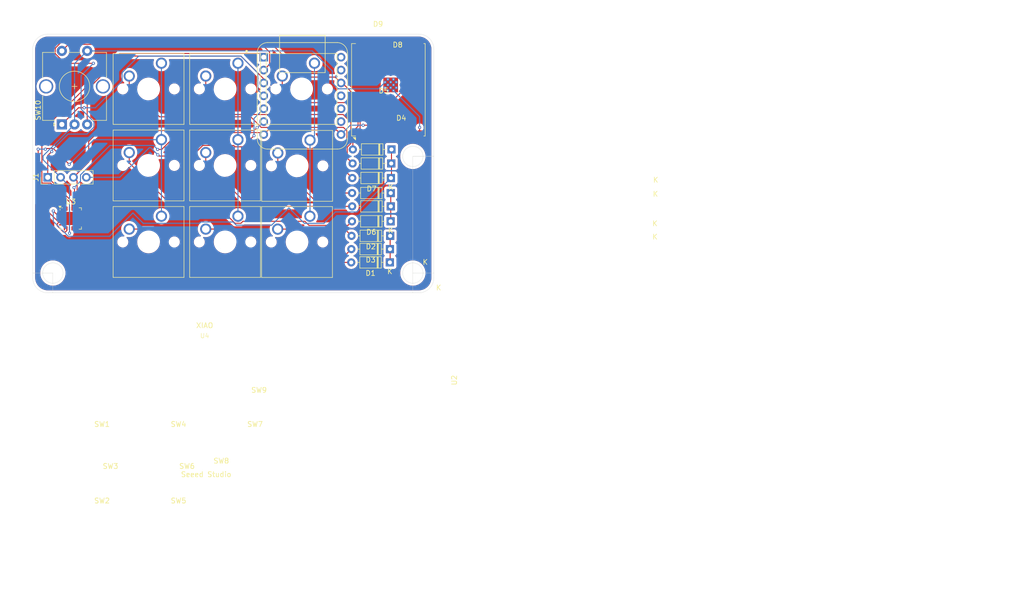
<source format=kicad_pcb>
(kicad_pcb (version 20240108) (generator "pcbnew") (generator_version "8.0")
  (layers (0 "F.Cu" signal) (31 "B.Cu" signal) (34 "B.Paste" user) (35 "F.Paste" user) (36 "B.SilkS" user "B.Silkscreen") (37 "F.SilkS" user "F.Silkscreen") (38 "B.Mask" user) (39 "F.Mask" user) (44 "Edge.Cuts" user))
  (net 0 "")
  (net 1 "Net-(D1-K)")
  (net 2 "Net-(D1-A)")
  (net 3 "Net-(D2-A)")
  (net 4 "Net-(D3-A)")
  (net 5 "Net-(D4-A)")
  (net 6 "Net-(D4-K)")
  (net 7 "Net-(D5-A)")
  (net 8 "Net-(D6-A)")
  (net 9 "Net-(D7-A)")
  (net 10 "ROW0")
  (net 11 "Net-(D8-A)")
  (net 12 "Net-(D9-A)")
  (net 13 "GND")
  (net 14 "Net-(J1-Pin_1)")
  (net 15 "Net-(J1-Pin_4)")
  (net 16 "Net-(J1-Pin_3)")
  (net 17 "COLUMN 0")
  (net 18 "Net-(SW4-Pad1)")
  (net 19 "Net-(SW7-Pad1)")
  (net 20 "Net-(U4-PA10_A2_D2)")
  (net 21 "Net-(U4-PA4_A1_D1)")
  (net 22 "Net-(U4-PA11_A3_D3)")
  (net 25 "Net-(U2-IO20{slash}RXD)")
  (net 51 "Net-(U3-INT)")
  (footprint "Button_Switch_Keyboard:SW_Cherry_MX_1.00u_PCB" (layer "F.Cu") (at 79.5 74.79)
    (property "Reference" "SW6" (at -10.05 49.31 0) (layer "F.SilkS"))
    (property "Value" "SW_Push")
    (pad "" np_thru_hole circle (at -7.62 5.08) (size 1.7 1.7) (drill 1.7) (layers "*.Cu" "*.Mask"))
    (pad "" np_thru_hole circle (at -2.54 5.08) (size 4 4) (drill 4) (layers "*.Cu" "*.Mask"))
    (pad "" np_thru_hole circle (at 2.54 5.08) (size 1.7 1.7) (drill 1.7) (layers "*.Cu" "*.Mask"))
    (pad "1" thru_hole circle (at 0 0) (size 2.2 2.2) (drill 1.5) (layers "*.Cu" "*.Mask") (net 18 "Net-(SW4-Pad1)"))
    (pad "2" thru_hole circle (at -6.35 2.54) (size 2.2 2.2) (drill 1.5) (layers "*.Cu" "*.Mask") (net 4 "Net-(D3-A)"))
  )
  (footprint "Button_Switch_Keyboard:SW_Cherry_MX_1.00u_PCB" (layer "F.Cu") (at 93.71 59.78)
    (property "Reference" "SW9" (at -10.05 49.31 0) (layer "F.SilkS"))
    (property "Value" "SW_Push")
    (pad "" np_thru_hole circle (at -7.62 5.08) (size 1.7 1.7) (drill 1.7) (layers "*.Cu" "*.Mask"))
    (pad "" np_thru_hole circle (at -2.54 5.08) (size 4 4) (drill 4) (layers "*.Cu" "*.Mask"))
    (pad "" np_thru_hole circle (at 2.54 5.08) (size 1.7 1.7) (drill 1.7) (layers "*.Cu" "*.Mask"))
    (pad "1" thru_hole circle (at 0 0) (size 2.2 2.2) (drill 1.5) (layers "*.Cu" "*.Mask") (net 19 "Net-(SW7-Pad1)"))
    (pad "2" thru_hole circle (at -6.35 2.54) (size 2.2 2.2) (drill 1.5) (layers "*.Cu" "*.Mask") (net 7 "Net-(D5-A)"))
  )
  (footprint "Button_Switch_Keyboard:SW_Cherry_MX_1.00u_PCB" (layer "F.Cu") (at 93.69 74.8)
    (property "Reference" "SW8" (at -17.48 48.25 0) (layer "F.SilkS"))
    (property "Value" "SW_Push")
    (pad "" np_thru_hole circle (at -7.62 5.08) (size 1.7 1.7) (drill 1.7) (layers "*.Cu" "*.Mask"))
    (pad "" np_thru_hole circle (at -2.54 5.08) (size 4 4) (drill 4) (layers "*.Cu" "*.Mask"))
    (pad "" np_thru_hole circle (at 2.54 5.08) (size 1.7 1.7) (drill 1.7) (layers "*.Cu" "*.Mask"))
    (pad "1" thru_hole circle (at 0 0) (size 2.2 2.2) (drill 1.5) (layers "*.Cu" "*.Mask") (net 19 "Net-(SW7-Pad1)"))
    (pad "2" thru_hole circle (at -6.35 2.54) (size 2.2 2.2) (drill 1.5) (layers "*.Cu" "*.Mask") (net 3 "Net-(D2-A)"))
  )
  (footprint "Button_Switch_Keyboard:SW_Cherry_MX_1.00u_PCB" (layer "F.Cu") (at 79.5 59.7)
    (property "Reference" "SW5" (at -11.72 71.21 0) (layer "F.SilkS"))
    (property "Value" "SW_Push")
    (pad "" np_thru_hole circle (at -7.62 5.08) (size 1.7 1.7) (drill 1.7) (layers "*.Cu" "*.Mask"))
    (pad "" np_thru_hole circle (at -2.54 5.08) (size 4 4) (drill 4) (layers "*.Cu" "*.Mask"))
    (pad "" np_thru_hole circle (at 2.54 5.08) (size 1.7 1.7) (drill 1.7) (layers "*.Cu" "*.Mask"))
    (pad "1" thru_hole circle (at 0 0) (size 2.2 2.2) (drill 1.5) (layers "*.Cu" "*.Mask") (net 18 "Net-(SW4-Pad1)"))
    (pad "2" thru_hole circle (at -6.35 2.54) (size 2.2 2.2) (drill 1.5) (layers "*.Cu" "*.Mask") (net 5 "Net-(D4-A)"))
  )
  (footprint "Diode_THT:D_DO-35_SOD27_P7.62mm_Horizontal" (layer "F.Cu") (at 109.52 78.67 180)
    (property "Reference" "D2" (at 3.81 -2.12 0) (layer "F.SilkS"))
    (property "Value" "D")
    (fp_text user "K" (at -6.92 -5.18 0) (layer "F.SilkS"))
    (pad "1" thru_hole rect (at 0 0 180) (size 1.6 1.6) (drill 0.8) (layers "*.Cu" "*.Mask") (net 1 "Net-(D1-K)"))
    (pad "2" thru_hole oval (at 7.62 0 180) (size 1.6 1.6) (drill 0.8) (layers "*.Cu" "*.Mask") (net 3 "Net-(D2-A)"))
  )
  (footprint "Diode_THT:D_DO-35_SOD27_P7.62mm_Horizontal" (layer "F.Cu") (at 109.48 81.28 180)
    (property "Reference" "D3" (at 3.81 -2.12 0) (layer "F.SilkS"))
    (property "Value" "D")
    (fp_text user "K" (at -9.6 -7.62 0) (layer "F.SilkS"))
    (pad "1" thru_hole rect (at 0 0 180) (size 1.6 1.6) (drill 0.8) (layers "*.Cu" "*.Mask") (net 1 "Net-(D1-K)"))
    (pad "2" thru_hole oval (at 7.62 0 180) (size 1.6 1.6) (drill 0.8) (layers "*.Cu" "*.Mask") (net 4 "Net-(D3-A)"))
  )
  (footprint "Button_Switch_Keyboard:SW_Cherry_MX_1.00u_PCB" (layer "F.Cu") (at 64.41 59.7)
    (property "Reference" "SW2" (at -11.72 71.21 0) (layer "F.SilkS"))
    (property "Value" "SW_Push")
    (pad "" np_thru_hole circle (at -7.62 5.08) (size 1.7 1.7) (drill 1.7) (layers "*.Cu" "*.Mask"))
    (pad "" np_thru_hole circle (at -2.54 5.08) (size 4 4) (drill 4) (layers "*.Cu" "*.Mask"))
    (pad "" np_thru_hole circle (at 2.54 5.08) (size 1.7 1.7) (drill 1.7) (layers "*.Cu" "*.Mask"))
    (pad "1" thru_hole circle (at 0 0) (size 2.2 2.2) (drill 1.5) (layers "*.Cu" "*.Mask") (net 17 "COLUMN 0"))
    (pad "2" thru_hole circle (at -6.35 2.54) (size 2.2 2.2) (drill 1.5) (layers "*.Cu" "*.Mask") (net 8 "Net-(D6-A)"))
  )
  (footprint "Diode_THT:D_DO-35_SOD27_P7.62mm_Horizontal" (layer "F.Cu") (at 109.67 67.26 180)
    (property "Reference" "D7" (at 3.81 -2.12 0) (layer "F.SilkS"))
    (property "Value" "D")
    (fp_text user "K" (at 0 -1.8 0) (layer "F.SilkS"))
    (pad "1" thru_hole rect (at 0 0 180) (size 1.6 1.6) (drill 0.8) (layers "*.Cu" "*.Mask") (net 10 "ROW0"))
    (pad "2" thru_hole oval (at 7.62 0 180) (size 1.6 1.6) (drill 0.8) (layers "*.Cu" "*.Mask") (net 9 "Net-(D7-A)"))
  )
  (footprint "Rotary_Encoder:RotaryEncoder_Alps_EC12E-Switch_Vertical_H20mm_CircularMountingHoles" (layer "F.Cu") (at 44.77 56.69 90)
    (property "Reference" "SW10" (at 2.8 -4.7 90) (layer "F.SilkS"))
    (property "Value" "RotaryEncoder_Switch")
    (pad "A" thru_hole rect (at 0 0 90) (size 2 2) (drill 1) (layers "*.Cu" "*.Mask") (net 22 "Net-(U4-PA11_A3_D3)"))
    (pad "B" thru_hole circle (at 0 5 90) (size 2 2) (drill 1) (layers "*.Cu" "*.Mask") (net 20 "Net-(U4-PA10_A2_D2)"))
    (pad "C" thru_hole circle (at 0 2.5 90) (size 2 2) (drill 1) (layers "*.Cu" "*.Mask") (net 13 "GND"))
    (pad "MP" thru_hole circle (at 7.5 -3.1 90) (size 2.8 2.8) (drill 2.2) (layers "*.Cu" "*.Mask"))
    (pad "MP" thru_hole circle (at 7.5 8.1 90) (size 2.8 2.8) (drill 2.2) (layers "*.Cu" "*.Mask"))
    (pad "S1" thru_hole circle (at 14.5 0 90) (size 2 2) (drill 1) (layers "*.Cu" "*.Mask") (net 21 "Net-(U4-PA4_A1_D1)"))
    (pad "S2" thru_hole circle (at 14.5 5 90) (size 2 2) (drill 1) (layers "*.Cu" "*.Mask") (net 13 "GND"))
  )
  (footprint "Connector_PinHeader_2.54mm:PinHeader_1x04_P2.54mm_Vertical" (layer "F.Cu") (at 41.98 67.12 90)
    (property "Reference" "J1" (at 0 -2.33 90) (layer "F.SilkS"))
    (property "Value" "Conn_01x04")
    (pad "1" thru_hole rect (at 0 0 90) (size 1.7 1.7) (drill 1) (layers "*.Cu" "*.Mask") (net 14 "Net-(J1-Pin_1)"))
    (pad "2" thru_hole oval (at 0 2.54 90) (size 1.7 1.7) (drill 1) (layers "*.Cu" "*.Mask") (net 13 "GND"))
    (pad "3" thru_hole oval (at 0 5.08 90) (size 1.7 1.7) (drill 1) (layers "*.Cu" "*.Mask") (net 16 "Net-(J1-Pin_3)"))
    (pad "4" thru_hole oval (at 0 7.62 90) (size 1.7 1.7) (drill 1) (layers "*.Cu" "*.Mask") (net 15 "Net-(J1-Pin_4)"))
  )
  (footprint "Package_DFN_QFN:QFN-24-1EP_4x4mm_P0.5mm_EP2.6x2.6mm" (layer "F.Cu") (at 46.5225 75.24)
    (property "Reference" "U3" (at 0 -3.3 0) (layer "F.SilkS"))
    (property "Value" "STMPE1600")
    (pad "1" smd roundrect (at -1.9375 -1.25) (size 0.825 0.25) (layers "F.Cu" "F.Paste" "F.Mask"))
    (pad "2" smd roundrect (at -1.9375 -0.75) (size 0.825 0.25) (layers "F.Cu" "F.Paste" "F.Mask") (net 10 "ROW0"))
    (pad "3" smd roundrect (at -1.9375 -0.25) (size 0.825 0.25) (layers "F.Cu" "F.Paste" "F.Mask"))
    (pad "4" smd roundrect (at -1.9375 0.25) (size 0.825 0.25) (layers "F.Cu" "F.Paste" "F.Mask"))
    (pad "5" smd roundrect (at -1.9375 0.75) (size 0.825 0.25) (layers "F.Cu" "F.Paste" "F.Mask") (net 17 "COLUMN 0"))
    (pad "6" smd roundrect (at -1.9375 1.25) (size 0.825 0.25) (layers "F.Cu" "F.Paste" "F.Mask"))
    (pad "7" smd roundrect (at -1.25 1.9375) (size 0.25 0.825) (layers "F.Cu" "F.Paste" "F.Mask"))
    (pad "8" smd roundrect (at -0.75 1.9375) (size 0.25 0.825) (layers "F.Cu" "F.Paste" "F.Mask") (net 17 "COLUMN 0"))
    (pad "9" smd roundrect (at -0.25 1.9375) (size 0.25 0.825) (layers "F.Cu" "F.Paste" "F.Mask") (net 13 "GND"))
    (pad "10" smd roundrect (at 0.25 1.9375) (size 0.25 0.825) (layers "F.Cu" "F.Paste" "F.Mask"))
    (pad "11" smd roundrect (at 0.75 1.9375) (size 0.25 0.825) (layers "F.Cu" "F.Paste" "F.Mask"))
    (pad "12" smd roundrect (at 1.25 1.9375) (size 0.25 0.825) (layers "F.Cu" "F.Paste" "F.Mask"))
    (pad "13" smd roundrect (at 1.9375 1.25) (size 0.825 0.25) (layers "F.Cu" "F.Paste" "F.Mask"))
    (pad "14" smd roundrect (at 1.9375 0.75) (size 0.825 0.25) (layers "F.Cu" "F.Paste" "F.Mask"))
    (pad "15" smd roundrect (at 1.9375 0.25) (size 0.825 0.25) (layers "F.Cu" "F.Paste" "F.Mask"))
    (pad "16" smd roundrect (at 1.9375 -0.25) (size 0.825 0.25) (layers "F.Cu" "F.Paste" "F.Mask"))
    (pad "17" smd roundrect (at 1.9375 -0.75) (size 0.825 0.25) (layers "F.Cu" "F.Paste" "F.Mask"))
    (pad "18" smd roundrect (at 1.9375 -1.25) (size 0.825 0.25) (layers "F.Cu" "F.Paste" "F.Mask"))
    (pad "19" smd roundrect (at 1.25 -1.9375) (size 0.25 0.825) (layers "F.Cu" "F.Paste" "F.Mask") (net 16 "Net-(J1-Pin_3)"))
    (pad "20" smd roundrect (at 0.75 -1.9375) (size 0.25 0.825) (layers "F.Cu" "F.Paste" "F.Mask") (net 25 "Net-(U2-IO20{slash}RXD)"))
    (pad "21" smd roundrect (at 0.25 -1.9375) (size 0.25 0.825) (layers "F.Cu" "F.Paste" "F.Mask") (net 14 "Net-(J1-Pin_1)"))
    (pad "22" smd roundrect (at -0.25 -1.9375) (size 0.25 0.825) (layers "F.Cu" "F.Paste" "F.Mask") (net 51 "Net-(U3-INT)"))
    (pad "23" smd roundrect (at -0.75 -1.9375) (size 0.25 0.825) (layers "F.Cu" "F.Paste" "F.Mask"))
    (pad "24" smd roundrect (at -1.25 -1.9375) (size 0.25 0.825) (layers "F.Cu" "F.Paste" "F.Mask"))
    (pad "25" smd rect (at 0 0) (size 2.6 2.6) (property pad_prop_heatsink) (layers "F.Cu" "F.Mask"))
  )
  (footprint "RF_Module:ESP32-C3-WROOM-02U" (layer "F.Cu") (at 109.42 49.86 90)
    (property "Reference" "U2" (at -57.28 12.75 90) (layer "F.SilkS"))
    (property "Value" "ESP32-C3-WROOM-02U")
    (pad "1" smd rect (at -8.75 -6 90) (size 1.5 0.9) (layers "F.Cu" "F.Paste" "F.Mask") (net 14 "Net-(J1-Pin_1)"))
    (pad "2" smd rect (at -8.75 -4.5 90) (size 1.5 0.9) (layers "F.Cu" "F.Paste" "F.Mask"))
    (pad "3" smd rect (at -8.75 -3 90) (size 1.5 0.9) (layers "F.Cu" "F.Paste" "F.Mask"))
    (pad "4" smd rect (at -8.75 -1.5 90) (size 1.5 0.9) (layers "F.Cu" "F.Paste" "F.Mask"))
    (pad "5" smd rect (at -8.75 0 90) (size 1.5 0.9) (layers "F.Cu" "F.Paste" "F.Mask"))
    (pad "6" smd rect (at -8.75 1.5 90) (size 1.5 0.9) (layers "F.Cu" "F.Paste" "F.Mask"))
    (pad "7" smd rect (at -8.75 3 90) (size 1.5 0.9) (layers "F.Cu" "F.Paste" "F.Mask"))
    (pad "8" smd rect (at -8.75 4.5 90) (size 1.5 0.9) (layers "F.Cu" "F.Paste" "F.Mask"))
    (pad "9" smd rect (at -8.75 6 90) (size 1.5 0.9) (layers "F.Cu" "F.Paste" "F.Mask") (net 13 "GND"))
    (pad "10" smd rect (at 8.75 6 90) (size 1.5 0.9) (layers "F.Cu" "F.Paste" "F.Mask"))
    (pad "11" smd rect (at 8.75 4.5 90) (size 1.5 0.9) (layers "F.Cu" "F.Paste" "F.Mask") (net 25 "Net-(U2-IO20{slash}RXD)"))
    (pad "12" smd rect (at 8.75 3 90) (size 1.5 0.9) (layers "F.Cu" "F.Paste" "F.Mask") (net 25 "Net-(U2-IO20{slash}RXD)"))
    (pad "13" smd rect (at 8.75 1.5 90) (size 1.5 0.9) (layers "F.Cu" "F.Paste" "F.Mask"))
    (pad "14" smd rect (at 8.75 0 90) (size 1.5 0.9) (layers "F.Cu" "F.Paste" "F.Mask"))
    (pad "15" smd rect (at 8.75 -1.5 90) (size 1.5 0.9) (layers "F.Cu" "F.Paste" "F.Mask"))
    (pad "16" smd rect (at 8.75 -3 90) (size 1.5 0.9) (layers "F.Cu" "F.Paste" "F.Mask"))
    (pad "17" smd rect (at 8.75 -4.5 90) (size 1.5 0.9) (layers "F.Cu" "F.Paste" "F.Mask"))
    (pad "18" smd rect (at 8.75 -6 90) (size 1.5 0.9) (layers "F.Cu" "F.Paste" "F.Mask"))
    (pad "19" thru_hole circle (at -0.14 -0.35 90) (size 0.6 0.6) (drill 0.2) (property pad_prop_heatsink) (layers "*.Cu" "F.Mask") (net 13 "GND"))
    (pad "19" thru_hole circle (at -0.14 0.75 90) (size 0.6 0.6) (drill 0.2) (property pad_prop_heatsink) (layers "*.Cu" "F.Mask") (net 13 "GND"))
    (pad "19" thru_hole circle (at 0.41 -0.9 90) (size 0.6 0.6) (drill 0.2) (property pad_prop_heatsink) (layers "*.Cu" "F.Mask") (net 13 "GND"))
    (pad "19" thru_hole circle (at 0.41 0.2 90) (size 0.6 0.6) (drill 0.2) (property pad_prop_heatsink) (layers "*.Cu" "F.Mask") (net 13 "GND"))
    (pad "19" thru_hole circle (at 0.41 1.3 90) (size 0.6 0.6) (drill 0.2) (property pad_prop_heatsink) (layers "*.Cu" "F.Mask") (net 13 "GND"))
    (pad "19" thru_hole circle (at 0.96 -0.35 90) (size 0.6 0.6) (drill 0.2) (property pad_prop_heatsink) (layers "*.Cu" "F.Mask") (net 13 "GND"))
    (pad "19" smd rect (at 0.96 0.2 90) (size 2.9 2.9) (layers "F.Cu" "F.Mask") (net 13 "GND"))
    (pad "19" thru_hole circle (at 0.96 0.75 90) (size 0.6 0.6) (drill 0.2) (property pad_prop_heatsink) (layers "*.Cu" "F.Mask") (net 13 "GND"))
    (pad "19" thru_hole circle (at 1.51 -0.9 90) (size 0.6 0.6) (drill 0.2) (property pad_prop_heatsink) (layers "*.Cu" "F.Mask") (net 13 "GND"))
    (pad "19" thru_hole circle (at 1.51 0.2 90) (size 0.6 0.6) (drill 0.2) (property pad_prop_heatsink) (layers "*.Cu" "F.Mask") (net 13 "GND"))
    (pad "19" thru_hole circle (at 1.51 1.3 90) (size 0.6 0.6) (drill 0.2) (property pad_prop_heatsink) (layers "*.Cu" "F.Mask") (net 13 "GND"))
    (pad "19" thru_hole circle (at 2.06 -0.35 90) (size 0.6 0.6) (drill 0.2) (property pad_prop_heatsink) (layers "*.Cu" "F.Mask") (net 13 "GND"))
    (pad "19" thru_hole circle (at 2.06 0.75 90) (size 0.6 0.6) (drill 0.2) (property pad_prop_heatsink) (layers "*.Cu" "F.Mask") (net 13 "GND"))
  )
  (footprint "Diode_THT:D_DO-35_SOD27_P7.62mm_Horizontal" (layer "F.Cu") (at 109.63 70.22 180)
    (property "Reference" "D5" (at 1.39 20.16 0) (layer "F.SilkS"))
    (property "Value" "D")
    (fp_text user "K" (at -52.11 -6.02 0) (layer "F.SilkS"))
    (pad "1" thru_hole rect (at 0 0 180) (size 1.6 1.6) (drill 0.8) (layers "*.Cu" "*.Mask") (net 6 "Net-(D4-K)"))
    (pad "2" thru_hole oval (at 7.62 0 180) (size 1.6 1.6) (drill 0.8) (layers "*.Cu" "*.Mask") (net 7 "Net-(D5-A)"))
  )
  (footprint "Seeed Studio XIAO Series Library:XIAO-Generic-Thruhole-14P-2.54-21X17.8MM" (layer "F.Cu") (at 92.205 51.05)
    (property "Reference" "U4" (at -19.265 47.33 0) (layer "F.SilkS") (effects (font (size 0.889 0.889) (thickness 0.1016))))
    (property "Value" "Seeed Studio XIAO SAMD21" (hide yes))
    (fp_text user "Seeed Studio" (at -18.975 74.67 0) (layer "F.SilkS"))
    (fp_text user "XIAO" (at -19.265 45.29 0) (layer "F.SilkS"))
    (pad "1" thru_hole rect (at -7.625 -7.62) (size 1.7 1.7) (drill 1) (layers "*.Cu" "*.Mask") (net 51 "Net-(U3-INT)"))
    (pad "2" thru_hole circle (at -7.625 -5.08) (size 1.7 1.7) (drill 1) (layers "*.Cu" "*.Mask") (net 21 "Net-(U4-PA4_A1_D1)"))
    (pad "3" thru_hole circle (at -7.625 -2.54) (size 1.7 1.7) (drill 1) (layers "*.Cu" "*.Mask") (net 20 "Net-(U4-PA10_A2_D2)"))
    (pad "4" thru_hole circle (at -7.625 0) (size 1.7 1.7) (drill 1) (layers "*.Cu" "*.Mask") (net 22 "Net-(U4-PA11_A3_D3)"))
    (pad "5" thru_hole circle (at -7.625 2.54) (size 1.7 1.7) (drill 1) (layers "*.Cu" "*.Mask") (net 15 "Net-(J1-Pin_4)"))
    (pad "6" thru_hole circle (at -7.625 5.08 180) (size 1.7 1.7) (drill 1) (layers "*.Cu" "*.Mask") (net 16 "Net-(J1-Pin_3)"))
    (pad "7" thru_hole circle (at -7.625 7.62) (size 1.7 1.7) (drill 1) (layers "*.Cu" "*.Mask") (net 25 "Net-(U2-IO20{slash}RXD)"))
    (pad "8" thru_hole circle (at 7.625 7.62) (size 1.7 1.7) (drill 1) (layers "*.Cu" "*.Mask") (net 25 "Net-(U2-IO20{slash}RXD)"))
    (pad "9" thru_hole circle (at 7.625 5.08) (size 1.7 1.7) (drill 1) (layers "*.Cu" "*.Mask"))
    (pad "10" thru_hole circle (at 7.625 2.54) (size 1.7 1.7) (drill 1) (layers "*.Cu" "*.Mask"))
    (pad "11" thru_hole circle (at 7.625 0) (size 1.7 1.7) (drill 1) (layers "*.Cu" "*.Mask"))
    (pad "12" thru_hole circle (at 7.625 -2.54) (size 1.7 1.7) (drill 1) (layers "*.Cu" "*.Mask") (net 14 "Net-(J1-Pin_1)"))
    (pad "13" thru_hole circle (at 7.625 -5.08) (size 1.7 1.7) (drill 1) (layers "*.Cu" "*.Mask"))
    (pad "14" thru_hole circle (at 7.625 -7.62) (size 1.7 1.7) (drill 1) (layers "*.Cu" "*.Mask"))
  )
  (footprint "Button_Switch_Keyboard:SW_Cherry_MX_1.00u_PCB" (layer "F.Cu") (at 79.5 44.61)
    (property "Reference" "SW4" (at -11.72 71.21 0) (layer "F.SilkS"))
    (property "Value" "SW_Push")
    (pad "" np_thru_hole circle (at -7.62 5.08) (size 1.7 1.7) (drill 1.7) (layers "*.Cu" "*.Mask"))
    (pad "" np_thru_hole circle (at -2.54 5.08) (size 4 4) (drill 4) (layers "*.Cu" "*.Mask"))
    (pad "" np_thru_hole circle (at 2.54 5.08) (size 1.7 1.7) (drill 1.7) (layers "*.Cu" "*.Mask"))
    (pad "1" thru_hole circle (at 0 0) (size 2.2 2.2) (drill 1.5) (layers "*.Cu" "*.Mask") (net 18 "Net-(SW4-Pad1)"))
    (pad "2" thru_hole circle (at -6.35 2.54) (size 2.2 2.2) (drill 1.5) (layers "*.Cu" "*.Mask") (net 12 "Net-(D9-A)"))
  )
  (footprint "Diode_THT:D_DO-35_SOD27_P7.62mm_Horizontal" (layer "F.Cu") (at 109.64 72.85 180)
    (property "Reference" "D4" (at -2.07 17.42 0) (layer "F.SilkS"))
    (property "Value" "D")
    (fp_text user "K" (at -52.11 -6.02 0) (layer "F.SilkS"))
    (pad "1" thru_hole rect (at 0 0 180) (size 1.6 1.6) (drill 0.8) (layers "*.Cu" "*.Mask") (net 6 "Net-(D4-K)"))
    (pad "2" thru_hole oval (at 7.62 0 180) (size 1.6 1.6) (drill 0.8) (layers "*.Cu" "*.Mask") (net 5 "Net-(D4-A)"))
  )
  (footprint "Button_Switch_Keyboard:SW_Cherry_MX_1.00u_PCB" (layer "F.Cu") (at 64.41 44.61)
    (property "Reference" "SW1" (at -11.72 71.21 0) (layer "F.SilkS"))
    (property "Value" "SW_Push")
    (pad "" np_thru_hole circle (at -7.62 5.08) (size 1.7 1.7) (drill 1.7) (layers "*.Cu" "*.Mask"))
    (pad "" np_thru_hole circle (at -2.54 5.08) (size 4 4) (drill 4) (layers "*.Cu" "*.Mask"))
    (pad "" np_thru_hole circle (at 2.54 5.08) (size 1.7 1.7) (drill 1.7) (layers "*.Cu" "*.Mask"))
    (pad "1" thru_hole circle (at 0 0) (size 2.2 2.2) (drill 1.5) (layers "*.Cu" "*.Mask") (net 17 "COLUMN 0"))
    (pad "2" thru_hole circle (at -6.35 2.54) (size 2.2 2.2) (drill 1.5) (layers "*.Cu" "*.Mask") (net 9 "Net-(D7-A)"))
  )
  (footprint "Diode_THT:D_DO-35_SOD27_P7.62mm_Horizontal" (layer "F.Cu") (at 109.46 83.9 180)
    (property "Reference" "D1" (at 3.81 -2.12 0) (layer "F.SilkS"))
    (property "Value" "D")
    (fp_text user "K" (at 0 -1.8 0) (layer "F.SilkS"))
    (pad "1" thru_hole rect (at 0 0 180) (size 1.6 1.6) (drill 0.8) (layers "*.Cu" "*.Mask") (net 1 "Net-(D1-K)"))
    (pad "2" thru_hole oval (at 7.62 0 180) (size 1.6 1.6) (drill 0.8) (layers "*.Cu" "*.Mask") (net 2 "Net-(D1-A)"))
  )
  (footprint "Diode_THT:D_DO-35_SOD27_P7.62mm_Horizontal" (layer "F.Cu") (at 109.78 61.62 180)
    (property "Reference" "D8" (at -1.22 20.62 0) (layer "F.SilkS"))
    (property "Value" "D")
    (fp_text user "K" (at -52.11 -6.02 0) (layer "F.SilkS"))
    (pad "1" thru_hole rect (at 0 0 180) (size 1.6 1.6) (drill 0.8) (layers "*.Cu" "*.Mask") (net 10 "ROW0"))
    (pad "2" thru_hole oval (at 7.62 0 180) (size 1.6 1.6) (drill 0.8) (layers "*.Cu" "*.Mask") (net 11 "Net-(D8-A)"))
  )
  (footprint "Diode_THT:D_DO-35_SOD27_P7.62mm_Horizontal" (layer "F.Cu") (at 109.73 64.39 180)
    (property "Reference" "D9" (at 2.6 27.49 0) (layer "F.SilkS"))
    (property "Value" "D")
    (fp_text user "K" (at -52.11 -6.02 0) (layer "F.SilkS"))
    (pad "1" thru_hole rect (at 0 0 180) (size 1.6 1.6) (drill 0.8) (layers "*.Cu" "*.Mask") (net 10 "ROW0"))
    (pad "2" thru_hole oval (at 7.62 0 180) (size 1.6 1.6) (drill 0.8) (layers "*.Cu" "*.Mask") (net 12 "Net-(D9-A)"))
  )
  (footprint "Button_Switch_Keyboard:SW_Cherry_MX_1.00u_PCB" (layer "F.Cu") (at 94.59 44.61)
    (property "Reference" "SW7" (at -11.72 71.21 0) (layer "F.SilkS"))
    (property "Value" "SW_Push")
    (pad "" np_thru_hole circle (at -7.62 5.08) (size 1.7 1.7) (drill 1.7) (layers "*.Cu" "*.Mask"))
    (pad "" np_thru_hole circle (at -2.54 5.08) (size 4 4) (drill 4) (layers "*.Cu" "*.Mask"))
    (pad "" np_thru_hole circle (at 2.54 5.08) (size 1.7 1.7) (drill 1.7) (layers "*.Cu" "*.Mask"))
    (pad "1" thru_hole circle (at 0 0) (size 2.2 2.2) (drill 1.5) (layers "*.Cu" "*.Mask") (net 19 "Net-(SW7-Pad1)"))
    (pad "2" thru_hole circle (at -6.35 2.54) (size 2.2 2.2) (drill 1.5) (layers "*.Cu" "*.Mask") (net 11 "Net-(D8-A)"))
  )
  (footprint "Button_Switch_Keyboard:SW_Cherry_MX_1.00u_PCB" (layer "F.Cu") (at 64.41 74.79)
    (property "Reference" "SW3" (at -10.05 49.31 0) (layer "F.SilkS"))
    (property "Value" "SW_Push")
    (pad "" np_thru_hole circle (at -7.62 5.08) (size 1.7 1.7) (drill 1.7) (layers "*.Cu" "*.Mask"))
    (pad "" np_thru_hole circle (at -2.54 5.08) (size 4 4) (drill 4) (layers "*.Cu" "*.Mask"))
    (pad "" np_thru_hole circle (at 2.54 5.08) (size 1.7 1.7) (drill 1.7) (layers "*.Cu" "*.Mask"))
    (pad "1" thru_hole circle (at 0 0) (size 2.2 2.2) (drill 1.5) (layers "*.Cu" "*.Mask") (net 17 "COLUMN 0"))
    (pad "2" thru_hole circle (at -6.35 2.54) (size 2.2 2.2) (drill 1.5) (layers "*.Cu" "*.Mask") (net 2 "Net-(D1-A)"))
  )
  (footprint "Diode_THT:D_DO-35_SOD27_P7.62mm_Horizontal" (layer "F.Cu") (at 109.61 75.8 180)
    (property "Reference" "D6" (at 3.81 -2.12 0) (layer "F.SilkS"))
    (property "Value" "D")
    (fp_text user "K" (at 0 -1.8 0) (layer "F.SilkS"))
    (pad "1" thru_hole rect (at 0 0 180) (size 1.6 1.6) (drill 0.8) (layers "*.Cu" "*.Mask") (net 6 "Net-(D4-K)"))
    (pad "2" thru_hole oval (at 7.62 0 180) (size 1.6 1.6) (drill 0.8) (layers "*.Cu" "*.Mask") (net 8 "Net-(D6-A)"))
  )
  (gr_arc (start 39.01 41.87) (mid 39.88868 39.74868) (end 42.01 38.87) (stroke (width 0.05)) (layer "Edge.Cuts"))
  (gr_circle (center 43 86) (end 45 86) (stroke (width 0.05)) (fill none) (layer "Edge.Cuts"))
  (gr_arc (start 118.15 86.91) (mid 117.27132 89.03132) (end 115.15 89.91) (stroke (width 0.05)) (layer "Edge.Cuts"))
  (gr_line (start 114 63) (end 118.15 63) (stroke (width 0.05)) (layer "Edge.Cuts"))
  (gr_line (start 115.15 38.87) (end 42.01 38.87) (stroke (width 0.05)) (layer "Edge.Cuts"))
  (gr_line (start 118.15 63) (end 114 63) (stroke (width 0.05)) (layer "Edge.Cuts"))
  (gr_line (start 118.15 86.91) (end 118.15 41.87) (stroke (width 0.05)) (layer "Edge.Cuts"))
  (gr_circle (center 114 63) (end 114 61) (stroke (width 0.05)) (fill none) (layer "Edge.Cuts"))
  (gr_arc (start 115.15 38.87) (mid 117.27132 39.74868) (end 118.15 41.87) (stroke (width 0.05)) (layer "Edge.Cuts"))
  (gr_line (start 43 86) (end 43 89.91) (stroke (width 0.05)) (layer "Edge.Cuts"))
  (gr_line (start 42.01 89.91) (end 115.15 89.91) (stroke (width 0.05)) (layer "Edge.Cuts"))
  (gr_line (start 43 86) (end 39 86) (stroke (width 0.05)) (layer "Edge.Cuts"))
  (gr_circle (center 114 86) (end 114 84) (stroke (width 0.05)) (fill none) (layer "Edge.Cuts"))
  (gr_arc (start 42.01 89.91) (mid 39.88868 89.03132) (end 39.01 86.91) (stroke (width 0.05)) (layer "Edge.Cuts"))
  (gr_line (start 114 86) (end 114 89.91) (stroke (width 0.05)) (layer "Edge.Cuts"))
  (gr_line (start 114 86) (end 118.15 86) (stroke (width 0.05)) (layer "Edge.Cuts"))
  (gr_line (start 114 63) (end 114 86) (stroke (width 0.05)) (layer "Edge.Cuts"))
  (gr_line (start 39.01 41.87) (end 39.01 86.91) (stroke (width 0.05)) (layer "Edge.Cuts"))
  (segment (start 109.52 78.67) (end 109.52 83.84) (width 0.2) (layer "F.Cu") (net 1))
  (segment (start 62.712944 77.33) (end 58.06 77.33) (width 0.2) (layer "F.Cu") (net 2))
  (segment (start 69.282944 83.9) (end 62.712944 77.33) (width 0.2) (layer "F.Cu") (net 2))
  (segment (start 101.84 83.9) (end 69.282944 83.9) (width 0.2) (layer "F.Cu") (net 2))
  (segment (start 101.9 78.67) (end 100.57 77.34) (width 0.2) (layer "F.Cu") (net 3))
  (segment (start 100.57 77.34) (end 87.34 77.34) (width 0.2) (layer "F.Cu") (net 3))
  (segment (start 100.91 82.23) (end 82.643402 82.23) (width 0.2) (layer "F.Cu") (net 4))
  (segment (start 101.86 81.28) (end 100.91 82.23) (width 0.2) (layer "F.Cu") (net 4))
  (segment (start 102.36 80.82) (end 102.34 80.8) (width 0.2) (layer "F.Cu") (net 4))
  (segment (start 82.643402 82.23) (end 77.743402 77.33) (width 0.2) (layer "F.Cu") (net 4))
  (segment (start 77.743402 77.33) (end 73.15 77.33) (width 0.2) (layer "F.Cu") (net 4))
  (segment (start 81.706598 72.85) (end 73.15 64.293402) (width 0.2) (layer "F.Cu") (net 5))
  (segment (start 73.15 64.293402) (end 73.15 62.24) (width 0.2) (layer "F.Cu") (net 5))
  (segment (start 102.02 72.85) (end 81.706598 72.85) (width 0.2) (layer "F.Cu") (net 5))
  (segment (start 109.63 70.22) (end 109.63 75.78) (width 0.2) (layer "F.Cu") (net 6))
  (segment (start 87.36 64.373402) (end 94.286598 71.3) (width 0.2) (layer "F.Cu") (net 7))
  (segment (start 95.366598 70.22) (end 94.286598 71.3) (width 0.2) (layer "F.Cu") (net 7))
  (segment (start 102.01 70.22) (end 95.366598 70.22) (width 0.2) (layer "F.Cu") (net 7))
  (segment (start 87.36 62.32) (end 87.36 64.373402) (width 0.2) (layer "F.Cu") (net 7))
  (segment (start 92.710101 75.8) (end 80.469899 75.8) (width 0.2) (layer "F.Cu") (net 8))
  (segment (start 93.5101 76.599999) (end 92.710101 75.8) (width 0.2) (layer "F.Cu") (net 8))
  (segment (start 80.469899 75.8) (end 80.079899 76.19) (width 0.2) (layer "F.Cu") (net 8))
  (segment (start 101.99 75.8) (end 101.190001 76.599999) (width 0.2) (layer "F.Cu") (net 8))
  (segment (start 80.079899 76.19) (end 78.920101 76.19) (width 0.2) (layer "F.Cu") (net 8))
  (segment (start 75.910101 73.18) (end 66.946598 73.18) (width 0.2) (layer "F.Cu") (net 8))
  (segment (start 58.06 64.293402) (end 58.06 62.24) (width 0.2) (layer "F.Cu") (net 8))
  (segment (start 78.920101 76.19) (end 75.910101 73.18) (width 0.2) (layer "F.Cu") (net 8))
  (segment (start 66.946598 73.18) (end 58.06 64.293402) (width 0.2) (layer "F.Cu") (net 8))
  (segment (start 101.190001 76.599999) (end 93.5101 76.599999) (width 0.2) (layer "F.Cu") (net 8))
  (segment (start 100.98 59.73) (end 100.98 57.953654) (width 0.2) (layer "F.Cu") (net 9))
  (segment (start 100.66 65.87) (end 100.66 60.05) (width 0.2) (layer "F.Cu") (net 9))
  (segment (start 100.66 60.05) (end 100.98 59.73) (width 0.2) (layer "F.Cu") (net 9))
  (segment (start 100.98 57.953654) (end 100.306346 57.28) (width 0.2) (layer "F.Cu") (net 9))
  (segment (start 58.06 49.203402) (end 58.06 47.15) (width 0.2) (layer "F.Cu") (net 9))
  (segment (start 84.103654 57.28) (end 82.003654 55.18) (width 0.2) (layer "F.Cu") (net 9))
  (segment (start 102.05 67.26) (end 100.66 65.87) (width 0.2) (layer "F.Cu") (net 9))
  (segment (start 100.306346 57.28) (end 84.103654 57.28) (width 0.2) (layer "F.Cu") (net 9))
  (segment (start 82.003654 55.18) (end 64.036598 55.18) (width 0.2) (layer "F.Cu") (net 9))
  (segment (start 64.036598 55.18) (end 58.06 49.203402) (width 0.2) (layer "F.Cu") (net 9))
  (segment (start 109.78 61.62) (end 109.78 67.15) (width 0.2) (layer "F.Cu") (net 10))
  (segment (start 44.585 74.49) (end 43.81 74.49) (width 0.2) (layer "F.Cu") (net 10))
  (segment (start 43.81 74.49) (end 43.08 73.76) (width 0.2) (layer "F.Cu") (net 10))
  (via (at 43.08 73.76) (size 0.6) (drill 0.3) (layers "F.Cu" "B.Cu") (net 10))
  (segment (start 78.54 75.93) (end 79.17 76.56) (width 0.2) (layer "B.Cu") (net 10))
  (segment (start 92.600101 76.2) (end 96.46 76.2) (width 0.2) (layer "B.Cu") (net 10))
  (segment (start 46.031471 78.75) (end 54.18 78.75) (width 0.2) (layer "B.Cu") (net 10))
  (segment (start 72.19 75.93) (end 78.54 75.93) (width 0.2) (layer "B.Cu") (net 10))
  (segment (start 79.17 76.56) (end 86.140101 76.56) (width 0.2) (layer "B.Cu") (net 10))
  (segment (start 71.93 76.19) (end 72.19 75.93) (width 0.2) (layer "B.Cu") (net 10))
  (segment (start 109.67 67.26) (end 102.98 73.95) (width 0.2) (layer "B.Cu") (net 10))
  (segment (start 86.140101 76.56) (end 89.550101 73.15) (width 0.2) (layer "B.Cu") (net 10))
  (segment (start 54.18 78.75) (end 58.78 74.15) (width 0.2) (layer "B.Cu") (net 10))
  (segment (start 89.550101 73.15) (end 92.600101 76.2) (width 0.2) (layer "B.Cu") (net 10))
  (segment (start 58.78 74.15) (end 60.82 76.19) (width 0.2) (layer "B.Cu") (net 10))
  (segment (start 102.98 73.95) (end 98.71 73.95) (width 0.2) (layer "B.Cu") (net 10))
  (segment (start 43.08 73.76) (end 43.08 75.798529) (width 0.2) (layer "B.Cu") (net 10))
  (segment (start 98.71 73.95) (end 96.46 76.2) (width 0.2) (layer "B.Cu") (net 10))
  (segment (start 60.82 76.19) (end 71.93 76.19) (width 0.2) (layer "B.Cu") (net 10))
  (segment (start 43.08 75.798529) (end 46.031471 78.75) (width 0.2) (layer "B.Cu") (net 10))
  (segment (start 102.16 61.62) (end 102.16 58.07) (width 0.2) (layer "F.Cu") (net 11))
  (segment (start 91.426598 52.39) (end 103.19 52.39) (width 0.2) (layer "F.Cu") (net 11))
  (segment (start 102.16 58.07) (end 103.19 57.04) (width 0.2) (layer "F.Cu") (net 11))
  (segment (start 88.24 49.203402) (end 91.426598 52.39) (width 0.2) (layer "F.Cu") (net 11))
  (segment (start 103.19 57.04) (end 103.19 52.39) (width 0.2) (layer "F.Cu") (net 11))
  (segment (start 88.24 47.15) (end 88.24 49.203402) (width 0.2) (layer "F.Cu") (net 11))
  (segment (start 101.06 61.164365) (end 101.76 60.464365) (width 0.2) (layer "F.Cu") (net 12))
  (segment (start 73.15 49.24) (end 73.15 47.15) (width 0.2) (layer "F.Cu") (net 12))
  (segment (start 101.76 56.26) (end 100.24 54.74) (width 0.2) (layer "F.Cu") (net 12))
  (segment (start 78.65 54.74) (end 73.15 49.24) (width 0.2) (layer "F.Cu") (net 12))
  (segment (start 100.24 54.74) (end 78.65 54.74) (width 0.2) (layer "F.Cu") (net 12))
  (segment (start 102.11 64.39) (end 101.06 63.34) (width 0.2) (layer "F.Cu") (net 12))
  (segment (start 101.06 63.34) (end 101.06 61.164365) (width 0.2) (layer "F.Cu") (net 12))
  (segment (start 101.76 60.464365) (end 101.76 56.26) (width 0.2) (layer "F.Cu") (net 12))
  (segment (start 46.2725 77.1775) (end 46.2725 78.1425) (width 0.2) (layer "F.Cu") (net 13))
  (segment (start 115.33 57.29) (end 115.33 58.52) (width 0.2) (layer "F.Cu") (net 13))
  (segment (start 46.2725 78.1425) (end 46.28 78.15) (width 0.2) (layer "F.Cu") (net 13))
  (segment (start 115.33 58.52) (end 115.42 58.61) (width 0.2) (layer "F.Cu") (net 13))
  (via (at 46.28 78.15) (size 0.6) (drill 0.3) (layers "F.Cu" "B.Cu") (net 13))
  (via (at 115.33 57.29) (size 0.6) (drill 0.3) (layers "F.Cu" "B.Cu") (net 13))
  (segment (start 107.21 49.66) (end 99.28 49.66) (width 0.2) (layer "B.Cu") (net 13))
  (segment (start 115.33 55.16) (end 115.33 57.29) (width 0.2) (layer "B.Cu") (net 13))
  (segment (start 94.149899 42.19) (end 49.77 42.19) (width 0.2) (layer "B.Cu") (net 13))
  (segment (start 41.08 62.88) (end 41.08 63.68) (width 0.2) (layer "B.Cu") (net 13))
  (segment (start 47.27 56.69) (end 41.08 62.88) (width 0.2) (layer "B.Cu") (net 13))
  (segment (start 41.08 63.68) (end 44.52 67.12) (width 0.2) (layer "B.Cu") (net 13))
  (segment (start 46.28 68.88) (end 44.52 67.12) (width 0.2) (layer "B.Cu") (net 13))
  (segment (start 110.17 50) (end 115.33 55.16) (width 0.2) (layer "B.Cu") (net 13))
  (segment (start 98.11 48.49) (end 98.11 46.150101) (width 0.2) (layer "B.Cu") (net 13))
  (segment (start 99.28 49.66) (end 98.11 48.49) (width 0.2) (layer "B.Cu") (net 13))
  (segment (start 98.11 46.150101) (end 94.149899 42.19) (width 0.2) (layer "B.Cu") (net 13))
  (segment (start 49.77 42.19) (end 47.28 44.68) (width 0.2) (layer "B.Cu") (net 13))
  (segment (start 47.28 44.68) (end 47.28 56.68) (width 0.2) (layer "B.Cu") (net 13))
  (segment (start 108.52 48.35) (end 107.21 49.66) (width 0.2) (layer "B.Cu") (net 13))
  (segment (start 46.28 78.15) (end 46.28 68.88) (width 0.2) (layer "B.Cu") (net 13))
  (segment (start 103.42 58.61) (end 103.59 58.44) (width 0.2) (layer "F.Cu") (net 14))
  (segment (start 44.631522 40.49) (end 85.81 40.49) (width 0.2) (layer "F.Cu") (net 14))
  (segment (start 92.68 47.36) (end 98.68 47.36) (width 0.2) (layer "F.Cu") (net 14))
  (segment (start 45.381522 44.64) (end 43.47 42.728478) (width 0.2) (layer "F.Cu") (net 14))
  (segment (start 43.47 41.651522) (end 44.631522 40.49) (width 0.2) (layer "F.Cu") (net 14))
  (segment (start 50.99 44.64) (end 45.381522 44.64) (width 0.2) (layer "F.Cu") (net 14))
  (segment (start 41.98 67.12) (end 41.98 62.828527) (width 0.2) (layer "F.Cu") (net 14))
  (segment (start 85.81 40.49) (end 92.68 47.36) (width 0.2) (layer "F.Cu") (net 14))
  (segment (start 103.59 58.44) (end 103.59 52.02) (width 0.2) (layer "F.Cu") (net 14))
  (segment (start 41.98 67.12) (end 46.7725 71.9125) (width 0.2) (layer "F.Cu") (net 14))
  (segment (start 46.7725 71.9125) (end 46.7725 73.3025) (width 0.2) (layer "F.Cu") (net 14))
  (segment (start 98.68 47.36) (end 99.83 48.51) (width 0.2) (layer "F.Cu") (net 14))
  (segment (start 100.08 48.51) (end 99.83 48.51) (width 0.2) (layer "F.Cu") (net 14))
  (segment (start 103.59 52.02) (end 100.08 48.51) (width 0.2) (layer "F.Cu") (net 14))
  (segment (start 43.47 42.728478) (end 43.47 41.651522) (width 0.2) (layer "F.Cu") (net 14))
  (segment (start 41.98 62.828527) (end 42.77 62.038527) (width 0.2) (layer "F.Cu") (net 14))
  (via (at 42.77 62.038527) (size 0.6) (drill 0.3) (layers "F.Cu" "B.Cu") (net 14))
  (via (at 50.99 44.64) (size 0.6) (drill 0.3) (layers "F.Cu" "B.Cu") (net 14))
  (segment (start 51.1 57.198478) (end 49.704506 58.593972) (width 0.2) (layer "B.Cu") (net 14))
  (segment (start 48.57 47.06) (end 48.57 53.648529) (width 0.2) (layer "B.Cu") (net 14))
  (segment (start 48.57 53.648529) (end 51.1 56.178529) (width 0.2) (layer "B.Cu") (net 14))
  (segment (start 51.1 56.178529) (end 51.1 57.198478) (width 0.2) (layer "B.Cu") (net 14))
  (segment (start 42.77 61.821471) (end 45.997499 58.593972) (width 0.2) (layer "B.Cu") (net 14))
  (segment (start 50.99 44.64) (end 48.57 47.06) (width 0.2) (layer "B.Cu") (net 14))
  (segment (start 45.997499 58.593972) (end 49.704506 58.593972) (width 0.2) (layer "B.Cu") (net 14))
  (segment (start 42.77 62.038527) (end 42.77 61.821471) (width 0.2) (layer "B.Cu") (net 14))
  (segment (start 63.7 62.69) (end 63.94 62.93) (width 0.2) (layer "F.Cu") (net 15))
  (segment (start 80.47 61.1) (end 82.67 58.9) (width 0.2) (layer "F.Cu") (net 15))
  (segment (start 72.570101 60.84) (end 78.660101 60.84) (width 0.2) (layer "F.Cu") (net 15))
  (segment (start 78.920101 61.1) (end 80.47 61.1) (width 0.2) (layer "F.Cu") (net 15))
  (segment (start 70.480101 62.93) (end 72.570101 60.84) (width 0.2) (layer "F.Cu") (net 15))
  (segment (start 78.660101 60.84) (end 78.920101 61.1) (width 0.2) (layer "F.Cu") (net 15))
  (segment (start 63.94 62.93) (end 70.480101 62.93) (width 0.2) (layer "F.Cu") (net 15))
  (via (at 82.67 58.9) (size 0.6) (drill 0.3) (layers "F.Cu" "B.Cu") (net 15))
  (via (at 63.7 62.69) (size 0.6) (drill 0.3) (layers "F.Cu" "B.Cu") (net 15))
  (segment (start 56.18 67.12) (end 49.6 67.12) (width 0.2) (layer "B.Cu") (net 15))
  (segment (start 62.306399 61.296399) (end 62.003601 61.296399) (width 0.2) (layer "B.Cu") (net 15))
  (segment (start 82.67 58.9) (end 82.67 55.5) (width 0.2) (layer "B.Cu") (net 15))
  (segment (start 82.67 55.5) (end 84.58 53.59) (width 0.2) (layer "B.Cu") (net 15))
  (segment (start 62.003601 61.296399) (end 56.18 67.12) (width 0.2) (layer "B.Cu") (net 15))
  (segment (start 63.7 62.69) (end 62.306399 61.296399) (width 0.2) (layer "B.Cu") (net 15))
  (segment (start 82.69 57.9) (end 83.27 57.32) (width 0.2) (layer "F.Cu") (net 16))
  (segment (start 50.0625 64.1175) (end 47.06 67.12) (width 0.2) (layer "F.Cu") (net 16))
  (segment (start 50.0625 60.045614) (end 50.0625 64.1175) (width 0.2) (layer "F.Cu") (net 16))
  (segment (start 50.0625 60.045614) (end 52.208114 57.9) (width 0.2) (layer "F.Cu") (net 16))
  (segment (start 47.7725 67.8325) (end 47.06 67.12) (width 0.2) (layer "F.Cu") (net 16))
  (segment (start 52.208114 57.9) (end 82.69 57.9) (width 0.2) (layer "F.Cu") (net 16))
  (segment (start 47.7725 73.3025) (end 47.7725 67.8325) (width 0.2) (layer "F.Cu") (net 16))
  (via (at 83.27 57.32) (size 0.6) (drill 0.3) (layers "F.Cu" "B.Cu") (net 16))
  (segment (start 83.39 57.32) (end 84.58 56.13) (width 0.2) (layer "B.Cu") (net 16))
  (segment (start 83.27 57.32) (end 83.39 57.32) (width 0.2) (layer "B.Cu") (net 16))
  (segment (start 44.158114 75.99) (end 40.1 71.931886) (width 0.2) (layer "F.Cu") (net 17))
  (segment (start 41.672943 61.438527) (end 43.088527 61.438527) (width 0.2) (layer "F.Cu") (net 17))
  (segment (start 40.1 71.931886) (end 40.1 61.57) (width 0.2) (layer "F.Cu") (net 17))
  (segment (start 45.7725 77.604386) (end 45.486886 77.89) (width 0.2) (layer "F.Cu") (net 17))
  (segment (start 45.486886 77.89) (end 45.058114 77.89) (width 0.2) (layer "F.Cu") (net 17))
  (segment (start 43.8725 76.704386) (end 43.8725 76.275614) (width 0.2) (layer "F.Cu") (net 17))
  (segment (start 45.7725 77.1775) (end 45.7725 77.604386) (width 0.2) (layer "F.Cu") (net 17))
  (segment (start 43.8725 76.275614) (end 44.158114 75.99) (width 0.2) (layer "F.Cu") (net 17))
  (segment (start 45.058114 77.89) (end 43.8725 76.704386) (width 0.2) (layer "F.Cu") (net 17))
  (segment (start 41.530735 61.580735) (end 41.672943 61.438527) (width 0.2) (layer "F.Cu") (net 17))
  (segment (start 43.088527 61.438527) (end 46.220735 64.570735) (width 0.2) (layer "F.Cu") (net 17))
  (segment (start 44.158114 75.99) (end 44.585 75.99) (width 0.2) (layer "F.Cu") (net 17))
  (via (at 41.530735 61.580735) (size 0.6) (drill 0.3) (layers "F.Cu" "B.Cu") (net 17))
  (via (at 40.1 61.57) (size 0.6) (drill 0.3) (layers "F.Cu" "B.Cu") (net 17))
  (via (at 46.220735 64.570735) (size 0.6) (drill 0.3) (layers "F.Cu" "B.Cu") (net 17))
  (segment (start 46.220735 64.570735) (end 51.09147 59.7) (width 0.2) (layer "B.Cu") (net 17))
  (segment (start 64.41 59.7) (end 64.41 74.79) (width 0.2) (layer "B.Cu") (net 17))
  (segment (start 64.41 44.61) (end 64.41 59.7) (width 0.2) (layer "B.Cu") (net 17))
  (segment (start 41.52 61.57) (end 41.530735 61.580735) (width 0.2) (layer "B.Cu") (net 17))
  (segment (start 51.09147 59.7) (end 64.41 59.7) (width 0.2) (layer "B.Cu") (net 17))
  (segment (start 40.1 61.57) (end 41.52 61.57) (width 0.2) (layer "B.Cu") (net 17))
  (segment (start 79.5 44.61) (end 79.5 59.7) (width 0.2) (layer "B.Cu") (net 18))
  (segment (start 79.5 59.7) (end 79.5 74.79) (width 0.2) (layer "B.Cu") (net 18))
  (segment (start 94.59 58.9) (end 93.71 59.78) (width 0.2) (layer "B.Cu") (net 19))
  (segment (start 93.71 74.78) (end 93.69 74.8) (width 0.2) (layer "B.Cu") (net 19))
  (segment (start 94.59 44.61) (end 94.59 58.9) (width 0.2) (layer "B.Cu") (net 19))
  (segment (start 93.71 59.78) (end 93.71 74.78) (width 0.2) (layer "B.Cu") (net 19))
  (segment (start 56.445836 43.21) (end 80.079899 43.21) (width 0.2) (layer "F.Cu") (net 20))
  (segment (start 49.77 56.69) (end 49.77 49.885836) (width 0.2) (layer "F.Cu") (net 20))
  (segment (start 84.58 47.710101) (end 84.58 48.51) (width 0.2) (layer "F.Cu") (net 20))
  (segment (start 80.079899 43.21) (end 84.58 47.710101) (width 0.2) (layer "F.Cu") (net 20))
  (segment (start 49.77 49.885836) (end 56.445836 43.21) (width 0.2) (layer "F.Cu") (net 20))
  (segment (start 44.77 42.19) (end 46.07 40.89) (width 0.2) (layer "F.Cu") (net 21))
  (segment (start 46.07 40.89) (end 84.2 40.89) (width 0.2) (layer "F.Cu") (net 21))
  (segment (start 84.2 40.89) (end 85.74 42.43) (width 0.2) (layer "F.Cu") (net 21))
  (segment (start 85.74 44.81) (end 84.58 45.97) (width 0.2) (layer "F.Cu") (net 21))
  (segment (start 85.74 42.43) (end 85.74 44.81) (width 0.2) (layer "F.Cu") (net 21))
  (segment (start 44.77 56.69) (end 48.06 53.4) (width 0.2) (layer "F.Cu") (net 22))
  (segment (start 48.06 53.4) (end 49.17 53.4) (width 0.2) (layer "F.Cu") (net 22))
  (via (at 49.17 53.4) (size 0.6) (drill 0.3) (layers "F.Cu" "B.Cu") (net 22))
  (segment (start 80.079899 43.21) (end 83.41 46.540101) (width 0.2) (layer "B.Cu") (net 22))
  (segment (start 83.41 49.88) (end 84.58 51.05) (width 0.2) (layer "B.Cu") (net 22))
  (segment (start 51.382944 53.4) (end 56.66 48.122944) (width 0.2) (layer "B.Cu") (net 22))
  (segment (start 56.66 48.122944) (end 56.66 46.48) (width 0.2) (layer "B.Cu") (net 22))
  (segment (start 83.41 46.540101) (end 83.41 49.88) (width 0.2) (layer "B.Cu") (net 22))
  (segment (start 59.93 43.21) (end 80.079899 43.21) (width 0.2) (layer "B.Cu") (net 22))
  (segment (start 49.17 53.4) (end 51.382944 53.4) (width 0.2) (layer "B.Cu") (net 22))
  (segment (start 56.66 46.48) (end 59.93 43.21) (width 0.2) (layer "B.Cu") (net 22))
  (segment (start 84.21 58.3) (end 84.58 58.67) (width 0.2) (layer "F.Cu") (net 25))
  (segment (start 84.58 58.67) (end 85.43 57.82) (width 0.2) (layer "F.Cu") (net 25))
  (segment (start 47.2725 73.3025) (end 47.2725 69.25) (width 0.2) (layer "F.Cu") (net 25))
  (segment (start 98.98 57.82) (end 99.83 58.67) (width 0.2) (layer "F.Cu") (net 25))
  (segment (start 112.42 49.6) (end 105.17 56.85) (width 0.2) (layer "F.Cu") (net 25))
  (segment (start 85.43 57.82) (end 98.98 57.82) (width 0.2) (layer "F.Cu") (net 25))
  (segment (start 47.2725 69.25) (end 47.1725 69.15) (width 0.2) (layer "F.Cu") (net 25))
  (segment (start 112.42 41.11) (end 112.42 49.6) (width 0.2) (layer "F.Cu") (net 25))
  (segment (start 105.17 56.85) (end 104.19 56.85) (width 0.2) (layer "F.Cu") (net 25))
  (segment (start 64.469899 61.62) (end 67.789899 58.3) (width 0.2) (layer "F.Cu") (net 25))
  (segment (start 67.789899 58.3) (end 84.21 58.3) (width 0.2) (layer "F.Cu") (net 25))
  (segment (start 112.42 41.11) (end 113.92 41.11) (width 0.2) (layer "F.Cu") (net 25))
  (segment (start 63.65 61.62) (end 64.469899 61.62) (width 0.2) (layer "F.Cu") (net 25))
  (via (at 47.1725 69.15) (size 0.6) (drill 0.3) (layers "F.Cu" "B.Cu") (net 25))
  (via (at 63.65 61.62) (size 0.6) (drill 0.3) (layers "F.Cu" "B.Cu") (net 25))
  (via (at 104.19 56.85) (size 0.6) (drill 0.3) (layers "F.Cu" "B.Cu") (net 25))
  (segment (start 48.45 66.643654) (end 54.253654 60.84) (width 0.2) (layer "B.Cu") (net 25))
  (segment (start 104.19 56.85) (end 101.65 56.85) (width 0.2) (layer "B.Cu") (net 25))
  (segment (start 48.45 67.8725) (end 48.45 66.643654) (width 0.2) (layer "B.Cu") (net 25))
  (segment (start 47.1725 69.15) (end 48.45 67.8725) (width 0.2) (layer "B.Cu") (net 25))
  (segment (start 101.65 56.85) (end 99.83 58.67) (width 0.2) (layer "B.Cu") (net 25))
  (segment (start 54.253654 60.84) (end 62.87 60.84) (width 0.2) (layer "B.Cu") (net 25))
  (segment (start 62.87 60.84) (end 63.65 61.62) (width 0.2) (layer "B.Cu") (net 25))
  (segment (start 40.83 58.03) (end 56.17 42.69) (width 0.2) (layer "F.Cu") (net 51))
  (segment (start 46.2725 71.978186) (end 42.564314 68.27) (width 0.2) (layer "F.Cu") (net 51))
  (segment (start 42.564314 68.27) (end 40.83 68.27) (width 0.2) (layer "F.Cu") (net 51))
  (segment (start 83.84 42.69) (end 84.58 43.43) (width 0.2) (layer "F.Cu") (net 51))
  (segment (start 46.2725 73.3025) (end 46.2725 71.978186) (width 0.2) (layer "F.Cu") (net 51))
  (segment (start 56.17 42.69) (end 83.84 42.69) (width 0.2) (layer "F.Cu") (net 51))
  (segment (start 40.83 68.27) (end 40.83 58.03) (width 0.2) (layer "F.Cu") (net 51))
  (zone (net 0) (net_name "") (layers "F&B.Cu") (connect_pads (clearance 0.5)) (min_thickness 0.25) (fill yes (thermal_gap 0.5) (thermal_bridge_width 0.5) (island_removal_mode 1) (island_area_min 10))
    (polygon (pts (xy 34.72 35.72) (xy 32.57 151.25) (xy 233.66 149.15) (xy 234.55 32.15)))
  )
)
</source>
